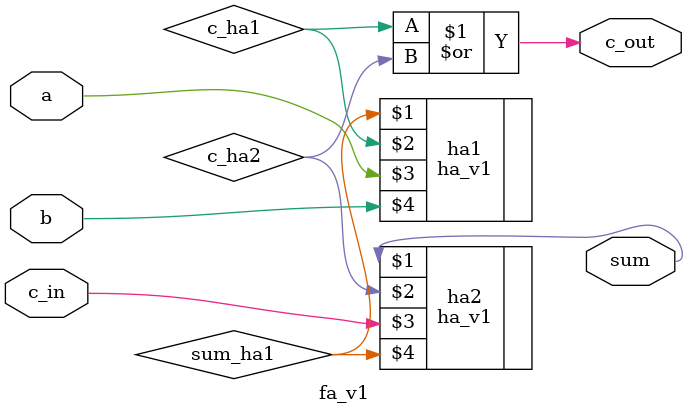
<source format=v>
module fa_v1(output wire sum, output wire c_out, input wire a, input wire b, input wire c_in);

    wire sum_ha1, c_ha1, c_ha2;

    ha_v1 ha1(sum_ha1, c_ha1, a, b);
    ha_v1 ha2(sum, c_ha2, c_in, sum_ha1);
    or puerta_or(c_out, c_ha1, c_ha2);

endmodule

</source>
